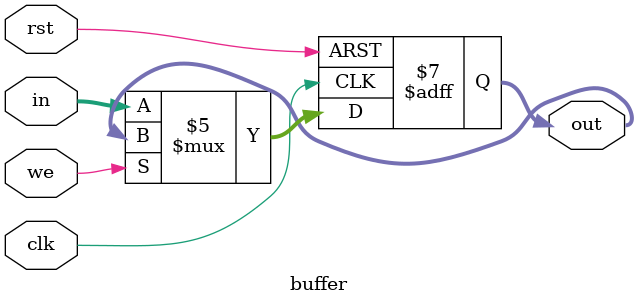
<source format=v>
module buffer #(parameter N=16)
			   (input [N-1:0] in,
			    input clk,
				input rst,
				input we,
				output reg [N-1:0] out);
				
				
	always @ (posedge clk or negedge rst)
	begin
		if (~rst)
			out <= {13{1'b1}}; //reset sets all control signals to 1, so no unwanted writes.
		else
		begin 
			if (~we)
			out <= in;
			else
			out <= out;
		end
	
	end
endmodule
</source>
